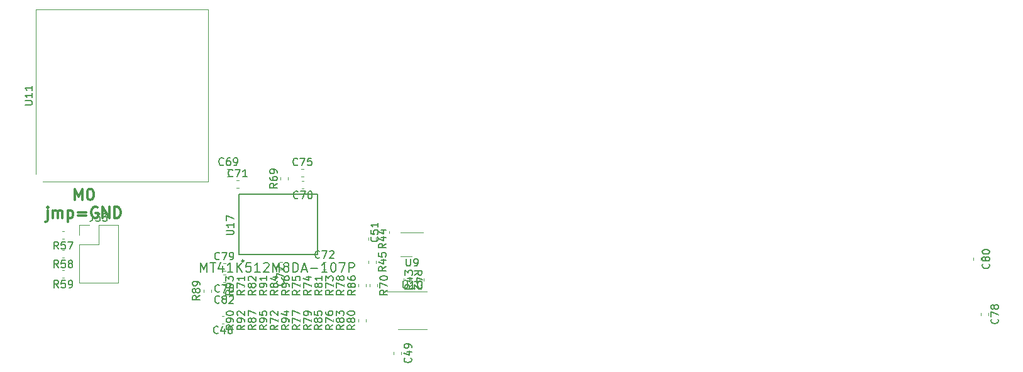
<source format=gbr>
%TF.GenerationSoftware,KiCad,Pcbnew,(5.99.0-3097-g8601b1e63)*%
%TF.CreationDate,2020-09-03T20:39:07+02:00*%
%TF.ProjectId,FD3,4644332e-6b69-4636-9164-5f7063625858,rev?*%
%TF.SameCoordinates,Original*%
%TF.FileFunction,Legend,Top*%
%TF.FilePolarity,Positive*%
%FSLAX46Y46*%
G04 Gerber Fmt 4.6, Leading zero omitted, Abs format (unit mm)*
G04 Created by KiCad (PCBNEW (5.99.0-3097-g8601b1e63)) date 2020-09-03 20:39:07*
%MOMM*%
%LPD*%
G01*
G04 APERTURE LIST*
%ADD10C,0.300000*%
%ADD11C,0.150000*%
%ADD12C,0.120000*%
%ADD13C,0.250000*%
G04 APERTURE END LIST*
D10*
X170785714Y-69371071D02*
X170785714Y-67871071D01*
X171285714Y-68942500D01*
X171785714Y-67871071D01*
X171785714Y-69371071D01*
X172785714Y-67871071D02*
X172928571Y-67871071D01*
X173071428Y-67942500D01*
X173142857Y-68013928D01*
X173214285Y-68156785D01*
X173285714Y-68442500D01*
X173285714Y-68799642D01*
X173214285Y-69085357D01*
X173142857Y-69228214D01*
X173071428Y-69299642D01*
X172928571Y-69371071D01*
X172785714Y-69371071D01*
X172642857Y-69299642D01*
X172571428Y-69228214D01*
X172500000Y-69085357D01*
X172428571Y-68799642D01*
X172428571Y-68442500D01*
X172500000Y-68156785D01*
X172571428Y-68013928D01*
X172642857Y-67942500D01*
X172785714Y-67871071D01*
X167107142Y-70786071D02*
X167107142Y-72071785D01*
X167035714Y-72214642D01*
X166892857Y-72286071D01*
X166821428Y-72286071D01*
X167107142Y-70286071D02*
X167035714Y-70357500D01*
X167107142Y-70428928D01*
X167178571Y-70357500D01*
X167107142Y-70286071D01*
X167107142Y-70428928D01*
X167821428Y-71786071D02*
X167821428Y-70786071D01*
X167821428Y-70928928D02*
X167892857Y-70857500D01*
X168035714Y-70786071D01*
X168250000Y-70786071D01*
X168392857Y-70857500D01*
X168464285Y-71000357D01*
X168464285Y-71786071D01*
X168464285Y-71000357D02*
X168535714Y-70857500D01*
X168678571Y-70786071D01*
X168892857Y-70786071D01*
X169035714Y-70857500D01*
X169107142Y-71000357D01*
X169107142Y-71786071D01*
X169821428Y-70786071D02*
X169821428Y-72286071D01*
X169821428Y-70857500D02*
X169964285Y-70786071D01*
X170250000Y-70786071D01*
X170392857Y-70857500D01*
X170464285Y-70928928D01*
X170535714Y-71071785D01*
X170535714Y-71500357D01*
X170464285Y-71643214D01*
X170392857Y-71714642D01*
X170250000Y-71786071D01*
X169964285Y-71786071D01*
X169821428Y-71714642D01*
X171178571Y-71000357D02*
X172321428Y-71000357D01*
X172321428Y-71428928D02*
X171178571Y-71428928D01*
X173821428Y-70357500D02*
X173678571Y-70286071D01*
X173464285Y-70286071D01*
X173250000Y-70357500D01*
X173107142Y-70500357D01*
X173035714Y-70643214D01*
X172964285Y-70928928D01*
X172964285Y-71143214D01*
X173035714Y-71428928D01*
X173107142Y-71571785D01*
X173250000Y-71714642D01*
X173464285Y-71786071D01*
X173607142Y-71786071D01*
X173821428Y-71714642D01*
X173892857Y-71643214D01*
X173892857Y-71143214D01*
X173607142Y-71143214D01*
X174535714Y-71786071D02*
X174535714Y-70286071D01*
X175392857Y-71786071D01*
X175392857Y-70286071D01*
X176107142Y-71786071D02*
X176107142Y-70286071D01*
X176464285Y-70286071D01*
X176678571Y-70357500D01*
X176821428Y-70500357D01*
X176892857Y-70643214D01*
X176964285Y-70928928D01*
X176964285Y-71143214D01*
X176892857Y-71428928D01*
X176821428Y-71571785D01*
X176678571Y-71714642D01*
X176464285Y-71786071D01*
X176107142Y-71786071D01*
D11*
%TO.C,C48*%
X190069642Y-87287142D02*
X190022023Y-87334761D01*
X189879166Y-87382380D01*
X189783928Y-87382380D01*
X189641071Y-87334761D01*
X189545833Y-87239523D01*
X189498214Y-87144285D01*
X189450595Y-86953809D01*
X189450595Y-86810952D01*
X189498214Y-86620476D01*
X189545833Y-86525238D01*
X189641071Y-86430000D01*
X189783928Y-86382380D01*
X189879166Y-86382380D01*
X190022023Y-86430000D01*
X190069642Y-86477619D01*
X190926785Y-86715714D02*
X190926785Y-87382380D01*
X190688690Y-86334761D02*
X190450595Y-87049047D01*
X191069642Y-87049047D01*
X191593452Y-86810952D02*
X191498214Y-86763333D01*
X191450595Y-86715714D01*
X191402976Y-86620476D01*
X191402976Y-86572857D01*
X191450595Y-86477619D01*
X191498214Y-86430000D01*
X191593452Y-86382380D01*
X191783928Y-86382380D01*
X191879166Y-86430000D01*
X191926785Y-86477619D01*
X191974404Y-86572857D01*
X191974404Y-86620476D01*
X191926785Y-86715714D01*
X191879166Y-86763333D01*
X191783928Y-86810952D01*
X191593452Y-86810952D01*
X191498214Y-86858571D01*
X191450595Y-86906190D01*
X191402976Y-87001428D01*
X191402976Y-87191904D01*
X191450595Y-87287142D01*
X191498214Y-87334761D01*
X191593452Y-87382380D01*
X191783928Y-87382380D01*
X191879166Y-87334761D01*
X191926785Y-87287142D01*
X191974404Y-87191904D01*
X191974404Y-87001428D01*
X191926785Y-86906190D01*
X191879166Y-86858571D01*
X191783928Y-86810952D01*
%TO.C,C49*%
X216017244Y-90655357D02*
X216064863Y-90702976D01*
X216112482Y-90845833D01*
X216112482Y-90941071D01*
X216064863Y-91083928D01*
X215969625Y-91179166D01*
X215874387Y-91226785D01*
X215683911Y-91274404D01*
X215541054Y-91274404D01*
X215350578Y-91226785D01*
X215255340Y-91179166D01*
X215160102Y-91083928D01*
X215112482Y-90941071D01*
X215112482Y-90845833D01*
X215160102Y-90702976D01*
X215207721Y-90655357D01*
X215445816Y-89798214D02*
X216112482Y-89798214D01*
X215064863Y-90036309D02*
X215779149Y-90274404D01*
X215779149Y-89655357D01*
X216112482Y-89226785D02*
X216112482Y-89036309D01*
X216064863Y-88941071D01*
X216017244Y-88893452D01*
X215874387Y-88798214D01*
X215683911Y-88750595D01*
X215302959Y-88750595D01*
X215207721Y-88798214D01*
X215160102Y-88845833D01*
X215112482Y-88941071D01*
X215112482Y-89131547D01*
X215160102Y-89226785D01*
X215207721Y-89274404D01*
X215302959Y-89322023D01*
X215541054Y-89322023D01*
X215636292Y-89274404D01*
X215683911Y-89226785D01*
X215731530Y-89131547D01*
X215731530Y-88941071D01*
X215683911Y-88845833D01*
X215636292Y-88798214D01*
X215541054Y-88750595D01*
%TO.C,C51*%
X211527142Y-74342857D02*
X211574761Y-74390476D01*
X211622380Y-74533333D01*
X211622380Y-74628571D01*
X211574761Y-74771428D01*
X211479523Y-74866666D01*
X211384285Y-74914285D01*
X211193809Y-74961904D01*
X211050952Y-74961904D01*
X210860476Y-74914285D01*
X210765238Y-74866666D01*
X210670000Y-74771428D01*
X210622380Y-74628571D01*
X210622380Y-74533333D01*
X210670000Y-74390476D01*
X210717619Y-74342857D01*
X210622380Y-73438095D02*
X210622380Y-73914285D01*
X211098571Y-73961904D01*
X211050952Y-73914285D01*
X211003333Y-73819047D01*
X211003333Y-73580952D01*
X211050952Y-73485714D01*
X211098571Y-73438095D01*
X211193809Y-73390476D01*
X211431904Y-73390476D01*
X211527142Y-73438095D01*
X211574761Y-73485714D01*
X211622380Y-73580952D01*
X211622380Y-73819047D01*
X211574761Y-73914285D01*
X211527142Y-73961904D01*
X211622380Y-72438095D02*
X211622380Y-73009523D01*
X211622380Y-72723809D02*
X210622380Y-72723809D01*
X210765238Y-72819047D01*
X210860476Y-72914285D01*
X210908095Y-73009523D01*
%TO.C,C69*%
X190799642Y-64607142D02*
X190752023Y-64654761D01*
X190609166Y-64702380D01*
X190513928Y-64702380D01*
X190371071Y-64654761D01*
X190275833Y-64559523D01*
X190228214Y-64464285D01*
X190180595Y-64273809D01*
X190180595Y-64130952D01*
X190228214Y-63940476D01*
X190275833Y-63845238D01*
X190371071Y-63750000D01*
X190513928Y-63702380D01*
X190609166Y-63702380D01*
X190752023Y-63750000D01*
X190799642Y-63797619D01*
X191656785Y-63702380D02*
X191466309Y-63702380D01*
X191371071Y-63750000D01*
X191323452Y-63797619D01*
X191228214Y-63940476D01*
X191180595Y-64130952D01*
X191180595Y-64511904D01*
X191228214Y-64607142D01*
X191275833Y-64654761D01*
X191371071Y-64702380D01*
X191561547Y-64702380D01*
X191656785Y-64654761D01*
X191704404Y-64607142D01*
X191752023Y-64511904D01*
X191752023Y-64273809D01*
X191704404Y-64178571D01*
X191656785Y-64130952D01*
X191561547Y-64083333D01*
X191371071Y-64083333D01*
X191275833Y-64130952D01*
X191228214Y-64178571D01*
X191180595Y-64273809D01*
X192228214Y-64702380D02*
X192418690Y-64702380D01*
X192513928Y-64654761D01*
X192561547Y-64607142D01*
X192656785Y-64464285D01*
X192704404Y-64273809D01*
X192704404Y-63892857D01*
X192656785Y-63797619D01*
X192609166Y-63750000D01*
X192513928Y-63702380D01*
X192323452Y-63702380D01*
X192228214Y-63750000D01*
X192180595Y-63797619D01*
X192132976Y-63892857D01*
X192132976Y-64130952D01*
X192180595Y-64226190D01*
X192228214Y-64273809D01*
X192323452Y-64321428D01*
X192513928Y-64321428D01*
X192609166Y-64273809D01*
X192656785Y-64226190D01*
X192704404Y-64130952D01*
%TO.C,C70*%
X200824642Y-69087142D02*
X200777023Y-69134761D01*
X200634166Y-69182380D01*
X200538928Y-69182380D01*
X200396071Y-69134761D01*
X200300833Y-69039523D01*
X200253214Y-68944285D01*
X200205595Y-68753809D01*
X200205595Y-68610952D01*
X200253214Y-68420476D01*
X200300833Y-68325238D01*
X200396071Y-68230000D01*
X200538928Y-68182380D01*
X200634166Y-68182380D01*
X200777023Y-68230000D01*
X200824642Y-68277619D01*
X201157976Y-68182380D02*
X201824642Y-68182380D01*
X201396071Y-69182380D01*
X202396071Y-68182380D02*
X202491309Y-68182380D01*
X202586547Y-68230000D01*
X202634166Y-68277619D01*
X202681785Y-68372857D01*
X202729404Y-68563333D01*
X202729404Y-68801428D01*
X202681785Y-68991904D01*
X202634166Y-69087142D01*
X202586547Y-69134761D01*
X202491309Y-69182380D01*
X202396071Y-69182380D01*
X202300833Y-69134761D01*
X202253214Y-69087142D01*
X202205595Y-68991904D01*
X202157976Y-68801428D01*
X202157976Y-68563333D01*
X202205595Y-68372857D01*
X202253214Y-68277619D01*
X202300833Y-68230000D01*
X202396071Y-68182380D01*
%TO.C,C71*%
X192064642Y-66147142D02*
X192017023Y-66194761D01*
X191874166Y-66242380D01*
X191778928Y-66242380D01*
X191636071Y-66194761D01*
X191540833Y-66099523D01*
X191493214Y-66004285D01*
X191445595Y-65813809D01*
X191445595Y-65670952D01*
X191493214Y-65480476D01*
X191540833Y-65385238D01*
X191636071Y-65290000D01*
X191778928Y-65242380D01*
X191874166Y-65242380D01*
X192017023Y-65290000D01*
X192064642Y-65337619D01*
X192397976Y-65242380D02*
X193064642Y-65242380D01*
X192636071Y-66242380D01*
X193969404Y-66242380D02*
X193397976Y-66242380D01*
X193683690Y-66242380D02*
X193683690Y-65242380D01*
X193588452Y-65385238D01*
X193493214Y-65480476D01*
X193397976Y-65528095D01*
%TO.C,C72*%
X203744642Y-77127142D02*
X203697023Y-77174761D01*
X203554166Y-77222380D01*
X203458928Y-77222380D01*
X203316071Y-77174761D01*
X203220833Y-77079523D01*
X203173214Y-76984285D01*
X203125595Y-76793809D01*
X203125595Y-76650952D01*
X203173214Y-76460476D01*
X203220833Y-76365238D01*
X203316071Y-76270000D01*
X203458928Y-76222380D01*
X203554166Y-76222380D01*
X203697023Y-76270000D01*
X203744642Y-76317619D01*
X204077976Y-76222380D02*
X204744642Y-76222380D01*
X204316071Y-77222380D01*
X205077976Y-76317619D02*
X205125595Y-76270000D01*
X205220833Y-76222380D01*
X205458928Y-76222380D01*
X205554166Y-76270000D01*
X205601785Y-76317619D01*
X205649404Y-76412857D01*
X205649404Y-76508095D01*
X205601785Y-76650952D01*
X205030357Y-77222380D01*
X205649404Y-77222380D01*
%TO.C,C75*%
X200769642Y-64627142D02*
X200722023Y-64674761D01*
X200579166Y-64722380D01*
X200483928Y-64722380D01*
X200341071Y-64674761D01*
X200245833Y-64579523D01*
X200198214Y-64484285D01*
X200150595Y-64293809D01*
X200150595Y-64150952D01*
X200198214Y-63960476D01*
X200245833Y-63865238D01*
X200341071Y-63770000D01*
X200483928Y-63722380D01*
X200579166Y-63722380D01*
X200722023Y-63770000D01*
X200769642Y-63817619D01*
X201102976Y-63722380D02*
X201769642Y-63722380D01*
X201341071Y-64722380D01*
X202626785Y-63722380D02*
X202150595Y-63722380D01*
X202102976Y-64198571D01*
X202150595Y-64150952D01*
X202245833Y-64103333D01*
X202483928Y-64103333D01*
X202579166Y-64150952D01*
X202626785Y-64198571D01*
X202674404Y-64293809D01*
X202674404Y-64531904D01*
X202626785Y-64627142D01*
X202579166Y-64674761D01*
X202483928Y-64722380D01*
X202245833Y-64722380D01*
X202150595Y-64674761D01*
X202102976Y-64627142D01*
%TO.C,C76*%
X190244642Y-81687142D02*
X190197023Y-81734761D01*
X190054166Y-81782380D01*
X189958928Y-81782380D01*
X189816071Y-81734761D01*
X189720833Y-81639523D01*
X189673214Y-81544285D01*
X189625595Y-81353809D01*
X189625595Y-81210952D01*
X189673214Y-81020476D01*
X189720833Y-80925238D01*
X189816071Y-80830000D01*
X189958928Y-80782380D01*
X190054166Y-80782380D01*
X190197023Y-80830000D01*
X190244642Y-80877619D01*
X190577976Y-80782380D02*
X191244642Y-80782380D01*
X190816071Y-81782380D01*
X192054166Y-80782380D02*
X191863690Y-80782380D01*
X191768452Y-80830000D01*
X191720833Y-80877619D01*
X191625595Y-81020476D01*
X191577976Y-81210952D01*
X191577976Y-81591904D01*
X191625595Y-81687142D01*
X191673214Y-81734761D01*
X191768452Y-81782380D01*
X191958928Y-81782380D01*
X192054166Y-81734761D01*
X192101785Y-81687142D01*
X192149404Y-81591904D01*
X192149404Y-81353809D01*
X192101785Y-81258571D01*
X192054166Y-81210952D01*
X191958928Y-81163333D01*
X191768452Y-81163333D01*
X191673214Y-81210952D01*
X191625595Y-81258571D01*
X191577976Y-81353809D01*
%TO.C,C77*%
X198869642Y-80272857D02*
X198917261Y-80320476D01*
X198964880Y-80463333D01*
X198964880Y-80558571D01*
X198917261Y-80701428D01*
X198822023Y-80796666D01*
X198726785Y-80844285D01*
X198536309Y-80891904D01*
X198393452Y-80891904D01*
X198202976Y-80844285D01*
X198107738Y-80796666D01*
X198012500Y-80701428D01*
X197964880Y-80558571D01*
X197964880Y-80463333D01*
X198012500Y-80320476D01*
X198060119Y-80272857D01*
X197964880Y-79939523D02*
X197964880Y-79272857D01*
X198964880Y-79701428D01*
X197964880Y-78987142D02*
X197964880Y-78320476D01*
X198964880Y-78749047D01*
%TO.C,C78*%
X295037142Y-85392857D02*
X295084761Y-85440476D01*
X295132380Y-85583333D01*
X295132380Y-85678571D01*
X295084761Y-85821428D01*
X294989523Y-85916666D01*
X294894285Y-85964285D01*
X294703809Y-86011904D01*
X294560952Y-86011904D01*
X294370476Y-85964285D01*
X294275238Y-85916666D01*
X294180000Y-85821428D01*
X294132380Y-85678571D01*
X294132380Y-85583333D01*
X294180000Y-85440476D01*
X294227619Y-85392857D01*
X294132380Y-85059523D02*
X294132380Y-84392857D01*
X295132380Y-84821428D01*
X294560952Y-83869047D02*
X294513333Y-83964285D01*
X294465714Y-84011904D01*
X294370476Y-84059523D01*
X294322857Y-84059523D01*
X294227619Y-84011904D01*
X294180000Y-83964285D01*
X294132380Y-83869047D01*
X294132380Y-83678571D01*
X294180000Y-83583333D01*
X294227619Y-83535714D01*
X294322857Y-83488095D01*
X294370476Y-83488095D01*
X294465714Y-83535714D01*
X294513333Y-83583333D01*
X294560952Y-83678571D01*
X294560952Y-83869047D01*
X294608571Y-83964285D01*
X294656190Y-84011904D01*
X294751428Y-84059523D01*
X294941904Y-84059523D01*
X295037142Y-84011904D01*
X295084761Y-83964285D01*
X295132380Y-83869047D01*
X295132380Y-83678571D01*
X295084761Y-83583333D01*
X295037142Y-83535714D01*
X294941904Y-83488095D01*
X294751428Y-83488095D01*
X294656190Y-83535714D01*
X294608571Y-83583333D01*
X294560952Y-83678571D01*
%TO.C,C79*%
X190244642Y-77327142D02*
X190197023Y-77374761D01*
X190054166Y-77422380D01*
X189958928Y-77422380D01*
X189816071Y-77374761D01*
X189720833Y-77279523D01*
X189673214Y-77184285D01*
X189625595Y-76993809D01*
X189625595Y-76850952D01*
X189673214Y-76660476D01*
X189720833Y-76565238D01*
X189816071Y-76470000D01*
X189958928Y-76422380D01*
X190054166Y-76422380D01*
X190197023Y-76470000D01*
X190244642Y-76517619D01*
X190577976Y-76422380D02*
X191244642Y-76422380D01*
X190816071Y-77422380D01*
X191673214Y-77422380D02*
X191863690Y-77422380D01*
X191958928Y-77374761D01*
X192006547Y-77327142D01*
X192101785Y-77184285D01*
X192149404Y-76993809D01*
X192149404Y-76612857D01*
X192101785Y-76517619D01*
X192054166Y-76470000D01*
X191958928Y-76422380D01*
X191768452Y-76422380D01*
X191673214Y-76470000D01*
X191625595Y-76517619D01*
X191577976Y-76612857D01*
X191577976Y-76850952D01*
X191625595Y-76946190D01*
X191673214Y-76993809D01*
X191768452Y-77041428D01*
X191958928Y-77041428D01*
X192054166Y-76993809D01*
X192101785Y-76946190D01*
X192149404Y-76850952D01*
%TO.C,C80*%
X293857142Y-77967857D02*
X293904761Y-78015476D01*
X293952380Y-78158333D01*
X293952380Y-78253571D01*
X293904761Y-78396428D01*
X293809523Y-78491666D01*
X293714285Y-78539285D01*
X293523809Y-78586904D01*
X293380952Y-78586904D01*
X293190476Y-78539285D01*
X293095238Y-78491666D01*
X293000000Y-78396428D01*
X292952380Y-78253571D01*
X292952380Y-78158333D01*
X293000000Y-78015476D01*
X293047619Y-77967857D01*
X293380952Y-77396428D02*
X293333333Y-77491666D01*
X293285714Y-77539285D01*
X293190476Y-77586904D01*
X293142857Y-77586904D01*
X293047619Y-77539285D01*
X293000000Y-77491666D01*
X292952380Y-77396428D01*
X292952380Y-77205952D01*
X293000000Y-77110714D01*
X293047619Y-77063095D01*
X293142857Y-77015476D01*
X293190476Y-77015476D01*
X293285714Y-77063095D01*
X293333333Y-77110714D01*
X293380952Y-77205952D01*
X293380952Y-77396428D01*
X293428571Y-77491666D01*
X293476190Y-77539285D01*
X293571428Y-77586904D01*
X293761904Y-77586904D01*
X293857142Y-77539285D01*
X293904761Y-77491666D01*
X293952380Y-77396428D01*
X293952380Y-77205952D01*
X293904761Y-77110714D01*
X293857142Y-77063095D01*
X293761904Y-77015476D01*
X293571428Y-77015476D01*
X293476190Y-77063095D01*
X293428571Y-77110714D01*
X293380952Y-77205952D01*
X292952380Y-76396428D02*
X292952380Y-76301190D01*
X293000000Y-76205952D01*
X293047619Y-76158333D01*
X293142857Y-76110714D01*
X293333333Y-76063095D01*
X293571428Y-76063095D01*
X293761904Y-76110714D01*
X293857142Y-76158333D01*
X293904761Y-76205952D01*
X293952380Y-76301190D01*
X293952380Y-76396428D01*
X293904761Y-76491666D01*
X293857142Y-76539285D01*
X293761904Y-76586904D01*
X293571428Y-76634523D01*
X293333333Y-76634523D01*
X293142857Y-76586904D01*
X293047619Y-76539285D01*
X293000000Y-76491666D01*
X292952380Y-76396428D01*
%TO.C,C82*%
X190244642Y-83187142D02*
X190197023Y-83234761D01*
X190054166Y-83282380D01*
X189958928Y-83282380D01*
X189816071Y-83234761D01*
X189720833Y-83139523D01*
X189673214Y-83044285D01*
X189625595Y-82853809D01*
X189625595Y-82710952D01*
X189673214Y-82520476D01*
X189720833Y-82425238D01*
X189816071Y-82330000D01*
X189958928Y-82282380D01*
X190054166Y-82282380D01*
X190197023Y-82330000D01*
X190244642Y-82377619D01*
X190816071Y-82710952D02*
X190720833Y-82663333D01*
X190673214Y-82615714D01*
X190625595Y-82520476D01*
X190625595Y-82472857D01*
X190673214Y-82377619D01*
X190720833Y-82330000D01*
X190816071Y-82282380D01*
X191006547Y-82282380D01*
X191101785Y-82330000D01*
X191149404Y-82377619D01*
X191197023Y-82472857D01*
X191197023Y-82520476D01*
X191149404Y-82615714D01*
X191101785Y-82663333D01*
X191006547Y-82710952D01*
X190816071Y-82710952D01*
X190720833Y-82758571D01*
X190673214Y-82806190D01*
X190625595Y-82901428D01*
X190625595Y-83091904D01*
X190673214Y-83187142D01*
X190720833Y-83234761D01*
X190816071Y-83282380D01*
X191006547Y-83282380D01*
X191101785Y-83234761D01*
X191149404Y-83187142D01*
X191197023Y-83091904D01*
X191197023Y-82901428D01*
X191149404Y-82806190D01*
X191101785Y-82758571D01*
X191006547Y-82710952D01*
X191577976Y-82377619D02*
X191625595Y-82330000D01*
X191720833Y-82282380D01*
X191958928Y-82282380D01*
X192054166Y-82330000D01*
X192101785Y-82377619D01*
X192149404Y-82472857D01*
X192149404Y-82568095D01*
X192101785Y-82710952D01*
X191530357Y-83282380D01*
X192149404Y-83282380D01*
%TO.C,J33*%
X173172976Y-71222380D02*
X173172976Y-71936666D01*
X173125357Y-72079523D01*
X173030119Y-72174761D01*
X172887261Y-72222380D01*
X172792023Y-72222380D01*
X173553928Y-71222380D02*
X174172976Y-71222380D01*
X173839642Y-71603333D01*
X173982500Y-71603333D01*
X174077738Y-71650952D01*
X174125357Y-71698571D01*
X174172976Y-71793809D01*
X174172976Y-72031904D01*
X174125357Y-72127142D01*
X174077738Y-72174761D01*
X173982500Y-72222380D01*
X173696785Y-72222380D01*
X173601547Y-72174761D01*
X173553928Y-72127142D01*
X174506309Y-71222380D02*
X175125357Y-71222380D01*
X174792023Y-71603333D01*
X174934880Y-71603333D01*
X175030119Y-71650952D01*
X175077738Y-71698571D01*
X175125357Y-71793809D01*
X175125357Y-72031904D01*
X175077738Y-72127142D01*
X175030119Y-72174761D01*
X174934880Y-72222380D01*
X174649166Y-72222380D01*
X174553928Y-72174761D01*
X174506309Y-72127142D01*
%TO.C,R42*%
X216507721Y-79482142D02*
X216983911Y-79148809D01*
X216507721Y-78910714D02*
X217507721Y-78910714D01*
X217507721Y-79291666D01*
X217460102Y-79386904D01*
X217412482Y-79434523D01*
X217317244Y-79482142D01*
X217174387Y-79482142D01*
X217079149Y-79434523D01*
X217031530Y-79386904D01*
X216983911Y-79291666D01*
X216983911Y-78910714D01*
X217174387Y-80339285D02*
X216507721Y-80339285D01*
X217555340Y-80101190D02*
X216841054Y-79863095D01*
X216841054Y-80482142D01*
X217412482Y-80815476D02*
X217460102Y-80863095D01*
X217507721Y-80958333D01*
X217507721Y-81196428D01*
X217460102Y-81291666D01*
X217412482Y-81339285D01*
X217317244Y-81386904D01*
X217222006Y-81386904D01*
X217079149Y-81339285D01*
X216507721Y-80767857D01*
X216507721Y-81386904D01*
%TO.C,R43*%
X216252482Y-80767857D02*
X215776292Y-81101190D01*
X216252482Y-81339285D02*
X215252482Y-81339285D01*
X215252482Y-80958333D01*
X215300102Y-80863095D01*
X215347721Y-80815476D01*
X215442959Y-80767857D01*
X215585816Y-80767857D01*
X215681054Y-80815476D01*
X215728673Y-80863095D01*
X215776292Y-80958333D01*
X215776292Y-81339285D01*
X215585816Y-79910714D02*
X216252482Y-79910714D01*
X215204863Y-80148809D02*
X215919149Y-80386904D01*
X215919149Y-79767857D01*
X215252482Y-79482142D02*
X215252482Y-78863095D01*
X215633435Y-79196428D01*
X215633435Y-79053571D01*
X215681054Y-78958333D01*
X215728673Y-78910714D01*
X215823911Y-78863095D01*
X216062006Y-78863095D01*
X216157244Y-78910714D01*
X216204863Y-78958333D01*
X216252482Y-79053571D01*
X216252482Y-79339285D01*
X216204863Y-79434523D01*
X216157244Y-79482142D01*
%TO.C,R44*%
X212682380Y-75242857D02*
X212206190Y-75576190D01*
X212682380Y-75814285D02*
X211682380Y-75814285D01*
X211682380Y-75433333D01*
X211730000Y-75338095D01*
X211777619Y-75290476D01*
X211872857Y-75242857D01*
X212015714Y-75242857D01*
X212110952Y-75290476D01*
X212158571Y-75338095D01*
X212206190Y-75433333D01*
X212206190Y-75814285D01*
X212015714Y-74385714D02*
X212682380Y-74385714D01*
X211634761Y-74623809D02*
X212349047Y-74861904D01*
X212349047Y-74242857D01*
X212015714Y-73433333D02*
X212682380Y-73433333D01*
X211634761Y-73671428D02*
X212349047Y-73909523D01*
X212349047Y-73290476D01*
%TO.C,R45*%
X212682380Y-78342857D02*
X212206190Y-78676190D01*
X212682380Y-78914285D02*
X211682380Y-78914285D01*
X211682380Y-78533333D01*
X211730000Y-78438095D01*
X211777619Y-78390476D01*
X211872857Y-78342857D01*
X212015714Y-78342857D01*
X212110952Y-78390476D01*
X212158571Y-78438095D01*
X212206190Y-78533333D01*
X212206190Y-78914285D01*
X212015714Y-77485714D02*
X212682380Y-77485714D01*
X211634761Y-77723809D02*
X212349047Y-77961904D01*
X212349047Y-77342857D01*
X211682380Y-76485714D02*
X211682380Y-76961904D01*
X212158571Y-77009523D01*
X212110952Y-76961904D01*
X212063333Y-76866666D01*
X212063333Y-76628571D01*
X212110952Y-76533333D01*
X212158571Y-76485714D01*
X212253809Y-76438095D01*
X212491904Y-76438095D01*
X212587142Y-76485714D01*
X212634761Y-76533333D01*
X212682380Y-76628571D01*
X212682380Y-76866666D01*
X212634761Y-76961904D01*
X212587142Y-77009523D01*
%TO.C,R57*%
X168557142Y-75982380D02*
X168223809Y-75506190D01*
X167985714Y-75982380D02*
X167985714Y-74982380D01*
X168366666Y-74982380D01*
X168461904Y-75030000D01*
X168509523Y-75077619D01*
X168557142Y-75172857D01*
X168557142Y-75315714D01*
X168509523Y-75410952D01*
X168461904Y-75458571D01*
X168366666Y-75506190D01*
X167985714Y-75506190D01*
X169461904Y-74982380D02*
X168985714Y-74982380D01*
X168938095Y-75458571D01*
X168985714Y-75410952D01*
X169080952Y-75363333D01*
X169319047Y-75363333D01*
X169414285Y-75410952D01*
X169461904Y-75458571D01*
X169509523Y-75553809D01*
X169509523Y-75791904D01*
X169461904Y-75887142D01*
X169414285Y-75934761D01*
X169319047Y-75982380D01*
X169080952Y-75982380D01*
X168985714Y-75934761D01*
X168938095Y-75887142D01*
X169842857Y-74982380D02*
X170509523Y-74982380D01*
X170080952Y-75982380D01*
%TO.C,R58*%
X168557142Y-78482380D02*
X168223809Y-78006190D01*
X167985714Y-78482380D02*
X167985714Y-77482380D01*
X168366666Y-77482380D01*
X168461904Y-77530000D01*
X168509523Y-77577619D01*
X168557142Y-77672857D01*
X168557142Y-77815714D01*
X168509523Y-77910952D01*
X168461904Y-77958571D01*
X168366666Y-78006190D01*
X167985714Y-78006190D01*
X169461904Y-77482380D02*
X168985714Y-77482380D01*
X168938095Y-77958571D01*
X168985714Y-77910952D01*
X169080952Y-77863333D01*
X169319047Y-77863333D01*
X169414285Y-77910952D01*
X169461904Y-77958571D01*
X169509523Y-78053809D01*
X169509523Y-78291904D01*
X169461904Y-78387142D01*
X169414285Y-78434761D01*
X169319047Y-78482380D01*
X169080952Y-78482380D01*
X168985714Y-78434761D01*
X168938095Y-78387142D01*
X170080952Y-77910952D02*
X169985714Y-77863333D01*
X169938095Y-77815714D01*
X169890476Y-77720476D01*
X169890476Y-77672857D01*
X169938095Y-77577619D01*
X169985714Y-77530000D01*
X170080952Y-77482380D01*
X170271428Y-77482380D01*
X170366666Y-77530000D01*
X170414285Y-77577619D01*
X170461904Y-77672857D01*
X170461904Y-77720476D01*
X170414285Y-77815714D01*
X170366666Y-77863333D01*
X170271428Y-77910952D01*
X170080952Y-77910952D01*
X169985714Y-77958571D01*
X169938095Y-78006190D01*
X169890476Y-78101428D01*
X169890476Y-78291904D01*
X169938095Y-78387142D01*
X169985714Y-78434761D01*
X170080952Y-78482380D01*
X170271428Y-78482380D01*
X170366666Y-78434761D01*
X170414285Y-78387142D01*
X170461904Y-78291904D01*
X170461904Y-78101428D01*
X170414285Y-78006190D01*
X170366666Y-77958571D01*
X170271428Y-77910952D01*
%TO.C,R59*%
X168557142Y-81182380D02*
X168223809Y-80706190D01*
X167985714Y-81182380D02*
X167985714Y-80182380D01*
X168366666Y-80182380D01*
X168461904Y-80230000D01*
X168509523Y-80277619D01*
X168557142Y-80372857D01*
X168557142Y-80515714D01*
X168509523Y-80610952D01*
X168461904Y-80658571D01*
X168366666Y-80706190D01*
X167985714Y-80706190D01*
X169461904Y-80182380D02*
X168985714Y-80182380D01*
X168938095Y-80658571D01*
X168985714Y-80610952D01*
X169080952Y-80563333D01*
X169319047Y-80563333D01*
X169414285Y-80610952D01*
X169461904Y-80658571D01*
X169509523Y-80753809D01*
X169509523Y-80991904D01*
X169461904Y-81087142D01*
X169414285Y-81134761D01*
X169319047Y-81182380D01*
X169080952Y-81182380D01*
X168985714Y-81134761D01*
X168938095Y-81087142D01*
X169985714Y-81182380D02*
X170176190Y-81182380D01*
X170271428Y-81134761D01*
X170319047Y-81087142D01*
X170414285Y-80944285D01*
X170461904Y-80753809D01*
X170461904Y-80372857D01*
X170414285Y-80277619D01*
X170366666Y-80230000D01*
X170271428Y-80182380D01*
X170080952Y-80182380D01*
X169985714Y-80230000D01*
X169938095Y-80277619D01*
X169890476Y-80372857D01*
X169890476Y-80610952D01*
X169938095Y-80706190D01*
X169985714Y-80753809D01*
X170080952Y-80801428D01*
X170271428Y-80801428D01*
X170366666Y-80753809D01*
X170414285Y-80706190D01*
X170461904Y-80610952D01*
%TO.C,R69*%
X198022380Y-67130357D02*
X197546190Y-67463690D01*
X198022380Y-67701785D02*
X197022380Y-67701785D01*
X197022380Y-67320833D01*
X197070000Y-67225595D01*
X197117619Y-67177976D01*
X197212857Y-67130357D01*
X197355714Y-67130357D01*
X197450952Y-67177976D01*
X197498571Y-67225595D01*
X197546190Y-67320833D01*
X197546190Y-67701785D01*
X197022380Y-66273214D02*
X197022380Y-66463690D01*
X197070000Y-66558928D01*
X197117619Y-66606547D01*
X197260476Y-66701785D01*
X197450952Y-66749404D01*
X197831904Y-66749404D01*
X197927142Y-66701785D01*
X197974761Y-66654166D01*
X198022380Y-66558928D01*
X198022380Y-66368452D01*
X197974761Y-66273214D01*
X197927142Y-66225595D01*
X197831904Y-66177976D01*
X197593809Y-66177976D01*
X197498571Y-66225595D01*
X197450952Y-66273214D01*
X197403333Y-66368452D01*
X197403333Y-66558928D01*
X197450952Y-66654166D01*
X197498571Y-66701785D01*
X197593809Y-66749404D01*
X198022380Y-65701785D02*
X198022380Y-65511309D01*
X197974761Y-65416071D01*
X197927142Y-65368452D01*
X197784285Y-65273214D01*
X197593809Y-65225595D01*
X197212857Y-65225595D01*
X197117619Y-65273214D01*
X197070000Y-65320833D01*
X197022380Y-65416071D01*
X197022380Y-65606547D01*
X197070000Y-65701785D01*
X197117619Y-65749404D01*
X197212857Y-65797023D01*
X197450952Y-65797023D01*
X197546190Y-65749404D01*
X197593809Y-65701785D01*
X197641428Y-65606547D01*
X197641428Y-65416071D01*
X197593809Y-65320833D01*
X197546190Y-65273214D01*
X197450952Y-65225595D01*
%TO.C,R70*%
X212857380Y-81517857D02*
X212381190Y-81851190D01*
X212857380Y-82089285D02*
X211857380Y-82089285D01*
X211857380Y-81708333D01*
X211905000Y-81613095D01*
X211952619Y-81565476D01*
X212047857Y-81517857D01*
X212190714Y-81517857D01*
X212285952Y-81565476D01*
X212333571Y-81613095D01*
X212381190Y-81708333D01*
X212381190Y-82089285D01*
X211857380Y-81184523D02*
X211857380Y-80517857D01*
X212857380Y-80946428D01*
X211857380Y-79946428D02*
X211857380Y-79851190D01*
X211905000Y-79755952D01*
X211952619Y-79708333D01*
X212047857Y-79660714D01*
X212238333Y-79613095D01*
X212476428Y-79613095D01*
X212666904Y-79660714D01*
X212762142Y-79708333D01*
X212809761Y-79755952D01*
X212857380Y-79851190D01*
X212857380Y-79946428D01*
X212809761Y-80041666D01*
X212762142Y-80089285D01*
X212666904Y-80136904D01*
X212476428Y-80184523D01*
X212238333Y-80184523D01*
X212047857Y-80136904D01*
X211952619Y-80089285D01*
X211905000Y-80041666D01*
X211857380Y-79946428D01*
%TO.C,R71*%
X193622380Y-81542857D02*
X193146190Y-81876190D01*
X193622380Y-82114285D02*
X192622380Y-82114285D01*
X192622380Y-81733333D01*
X192670000Y-81638095D01*
X192717619Y-81590476D01*
X192812857Y-81542857D01*
X192955714Y-81542857D01*
X193050952Y-81590476D01*
X193098571Y-81638095D01*
X193146190Y-81733333D01*
X193146190Y-82114285D01*
X192622380Y-81209523D02*
X192622380Y-80542857D01*
X193622380Y-80971428D01*
X193622380Y-79638095D02*
X193622380Y-80209523D01*
X193622380Y-79923809D02*
X192622380Y-79923809D01*
X192765238Y-80019047D01*
X192860476Y-80114285D01*
X192908095Y-80209523D01*
%TO.C,R72*%
X198122380Y-86242857D02*
X197646190Y-86576190D01*
X198122380Y-86814285D02*
X197122380Y-86814285D01*
X197122380Y-86433333D01*
X197170000Y-86338095D01*
X197217619Y-86290476D01*
X197312857Y-86242857D01*
X197455714Y-86242857D01*
X197550952Y-86290476D01*
X197598571Y-86338095D01*
X197646190Y-86433333D01*
X197646190Y-86814285D01*
X197122380Y-85909523D02*
X197122380Y-85242857D01*
X198122380Y-85671428D01*
X197217619Y-84909523D02*
X197170000Y-84861904D01*
X197122380Y-84766666D01*
X197122380Y-84528571D01*
X197170000Y-84433333D01*
X197217619Y-84385714D01*
X197312857Y-84338095D01*
X197408095Y-84338095D01*
X197550952Y-84385714D01*
X198122380Y-84957142D01*
X198122380Y-84338095D01*
%TO.C,R73*%
X205547380Y-81530357D02*
X205071190Y-81863690D01*
X205547380Y-82101785D02*
X204547380Y-82101785D01*
X204547380Y-81720833D01*
X204595000Y-81625595D01*
X204642619Y-81577976D01*
X204737857Y-81530357D01*
X204880714Y-81530357D01*
X204975952Y-81577976D01*
X205023571Y-81625595D01*
X205071190Y-81720833D01*
X205071190Y-82101785D01*
X204547380Y-81197023D02*
X204547380Y-80530357D01*
X205547380Y-80958928D01*
X204547380Y-80244642D02*
X204547380Y-79625595D01*
X204928333Y-79958928D01*
X204928333Y-79816071D01*
X204975952Y-79720833D01*
X205023571Y-79673214D01*
X205118809Y-79625595D01*
X205356904Y-79625595D01*
X205452142Y-79673214D01*
X205499761Y-79720833D01*
X205547380Y-79816071D01*
X205547380Y-80101785D01*
X205499761Y-80197023D01*
X205452142Y-80244642D01*
%TO.C,R74*%
X202572380Y-81530357D02*
X202096190Y-81863690D01*
X202572380Y-82101785D02*
X201572380Y-82101785D01*
X201572380Y-81720833D01*
X201620000Y-81625595D01*
X201667619Y-81577976D01*
X201762857Y-81530357D01*
X201905714Y-81530357D01*
X202000952Y-81577976D01*
X202048571Y-81625595D01*
X202096190Y-81720833D01*
X202096190Y-82101785D01*
X201572380Y-81197023D02*
X201572380Y-80530357D01*
X202572380Y-80958928D01*
X201905714Y-79720833D02*
X202572380Y-79720833D01*
X201524761Y-79958928D02*
X202239047Y-80197023D01*
X202239047Y-79577976D01*
%TO.C,R75*%
X201097380Y-81542857D02*
X200621190Y-81876190D01*
X201097380Y-82114285D02*
X200097380Y-82114285D01*
X200097380Y-81733333D01*
X200145000Y-81638095D01*
X200192619Y-81590476D01*
X200287857Y-81542857D01*
X200430714Y-81542857D01*
X200525952Y-81590476D01*
X200573571Y-81638095D01*
X200621190Y-81733333D01*
X200621190Y-82114285D01*
X200097380Y-81209523D02*
X200097380Y-80542857D01*
X201097380Y-80971428D01*
X200097380Y-79685714D02*
X200097380Y-80161904D01*
X200573571Y-80209523D01*
X200525952Y-80161904D01*
X200478333Y-80066666D01*
X200478333Y-79828571D01*
X200525952Y-79733333D01*
X200573571Y-79685714D01*
X200668809Y-79638095D01*
X200906904Y-79638095D01*
X201002142Y-79685714D01*
X201049761Y-79733333D01*
X201097380Y-79828571D01*
X201097380Y-80066666D01*
X201049761Y-80161904D01*
X201002142Y-80209523D01*
%TO.C,R76*%
X205522380Y-86217857D02*
X205046190Y-86551190D01*
X205522380Y-86789285D02*
X204522380Y-86789285D01*
X204522380Y-86408333D01*
X204570000Y-86313095D01*
X204617619Y-86265476D01*
X204712857Y-86217857D01*
X204855714Y-86217857D01*
X204950952Y-86265476D01*
X204998571Y-86313095D01*
X205046190Y-86408333D01*
X205046190Y-86789285D01*
X204522380Y-85884523D02*
X204522380Y-85217857D01*
X205522380Y-85646428D01*
X204522380Y-84408333D02*
X204522380Y-84598809D01*
X204570000Y-84694047D01*
X204617619Y-84741666D01*
X204760476Y-84836904D01*
X204950952Y-84884523D01*
X205331904Y-84884523D01*
X205427142Y-84836904D01*
X205474761Y-84789285D01*
X205522380Y-84694047D01*
X205522380Y-84503571D01*
X205474761Y-84408333D01*
X205427142Y-84360714D01*
X205331904Y-84313095D01*
X205093809Y-84313095D01*
X204998571Y-84360714D01*
X204950952Y-84408333D01*
X204903333Y-84503571D01*
X204903333Y-84694047D01*
X204950952Y-84789285D01*
X204998571Y-84836904D01*
X205093809Y-84884523D01*
%TO.C,R77*%
X201097380Y-86230357D02*
X200621190Y-86563690D01*
X201097380Y-86801785D02*
X200097380Y-86801785D01*
X200097380Y-86420833D01*
X200145000Y-86325595D01*
X200192619Y-86277976D01*
X200287857Y-86230357D01*
X200430714Y-86230357D01*
X200525952Y-86277976D01*
X200573571Y-86325595D01*
X200621190Y-86420833D01*
X200621190Y-86801785D01*
X200097380Y-85897023D02*
X200097380Y-85230357D01*
X201097380Y-85658928D01*
X200097380Y-84944642D02*
X200097380Y-84277976D01*
X201097380Y-84706547D01*
%TO.C,R78*%
X207022380Y-81517857D02*
X206546190Y-81851190D01*
X207022380Y-82089285D02*
X206022380Y-82089285D01*
X206022380Y-81708333D01*
X206070000Y-81613095D01*
X206117619Y-81565476D01*
X206212857Y-81517857D01*
X206355714Y-81517857D01*
X206450952Y-81565476D01*
X206498571Y-81613095D01*
X206546190Y-81708333D01*
X206546190Y-82089285D01*
X206022380Y-81184523D02*
X206022380Y-80517857D01*
X207022380Y-80946428D01*
X206450952Y-79994047D02*
X206403333Y-80089285D01*
X206355714Y-80136904D01*
X206260476Y-80184523D01*
X206212857Y-80184523D01*
X206117619Y-80136904D01*
X206070000Y-80089285D01*
X206022380Y-79994047D01*
X206022380Y-79803571D01*
X206070000Y-79708333D01*
X206117619Y-79660714D01*
X206212857Y-79613095D01*
X206260476Y-79613095D01*
X206355714Y-79660714D01*
X206403333Y-79708333D01*
X206450952Y-79803571D01*
X206450952Y-79994047D01*
X206498571Y-80089285D01*
X206546190Y-80136904D01*
X206641428Y-80184523D01*
X206831904Y-80184523D01*
X206927142Y-80136904D01*
X206974761Y-80089285D01*
X207022380Y-79994047D01*
X207022380Y-79803571D01*
X206974761Y-79708333D01*
X206927142Y-79660714D01*
X206831904Y-79613095D01*
X206641428Y-79613095D01*
X206546190Y-79660714D01*
X206498571Y-79708333D01*
X206450952Y-79803571D01*
%TO.C,R79*%
X202572380Y-86230357D02*
X202096190Y-86563690D01*
X202572380Y-86801785D02*
X201572380Y-86801785D01*
X201572380Y-86420833D01*
X201620000Y-86325595D01*
X201667619Y-86277976D01*
X201762857Y-86230357D01*
X201905714Y-86230357D01*
X202000952Y-86277976D01*
X202048571Y-86325595D01*
X202096190Y-86420833D01*
X202096190Y-86801785D01*
X201572380Y-85897023D02*
X201572380Y-85230357D01*
X202572380Y-85658928D01*
X202572380Y-84801785D02*
X202572380Y-84611309D01*
X202524761Y-84516071D01*
X202477142Y-84468452D01*
X202334285Y-84373214D01*
X202143809Y-84325595D01*
X201762857Y-84325595D01*
X201667619Y-84373214D01*
X201620000Y-84420833D01*
X201572380Y-84516071D01*
X201572380Y-84706547D01*
X201620000Y-84801785D01*
X201667619Y-84849404D01*
X201762857Y-84897023D01*
X202000952Y-84897023D01*
X202096190Y-84849404D01*
X202143809Y-84801785D01*
X202191428Y-84706547D01*
X202191428Y-84516071D01*
X202143809Y-84420833D01*
X202096190Y-84373214D01*
X202000952Y-84325595D01*
%TO.C,R80*%
X208472380Y-86217857D02*
X207996190Y-86551190D01*
X208472380Y-86789285D02*
X207472380Y-86789285D01*
X207472380Y-86408333D01*
X207520000Y-86313095D01*
X207567619Y-86265476D01*
X207662857Y-86217857D01*
X207805714Y-86217857D01*
X207900952Y-86265476D01*
X207948571Y-86313095D01*
X207996190Y-86408333D01*
X207996190Y-86789285D01*
X207900952Y-85646428D02*
X207853333Y-85741666D01*
X207805714Y-85789285D01*
X207710476Y-85836904D01*
X207662857Y-85836904D01*
X207567619Y-85789285D01*
X207520000Y-85741666D01*
X207472380Y-85646428D01*
X207472380Y-85455952D01*
X207520000Y-85360714D01*
X207567619Y-85313095D01*
X207662857Y-85265476D01*
X207710476Y-85265476D01*
X207805714Y-85313095D01*
X207853333Y-85360714D01*
X207900952Y-85455952D01*
X207900952Y-85646428D01*
X207948571Y-85741666D01*
X207996190Y-85789285D01*
X208091428Y-85836904D01*
X208281904Y-85836904D01*
X208377142Y-85789285D01*
X208424761Y-85741666D01*
X208472380Y-85646428D01*
X208472380Y-85455952D01*
X208424761Y-85360714D01*
X208377142Y-85313095D01*
X208281904Y-85265476D01*
X208091428Y-85265476D01*
X207996190Y-85313095D01*
X207948571Y-85360714D01*
X207900952Y-85455952D01*
X207472380Y-84646428D02*
X207472380Y-84551190D01*
X207520000Y-84455952D01*
X207567619Y-84408333D01*
X207662857Y-84360714D01*
X207853333Y-84313095D01*
X208091428Y-84313095D01*
X208281904Y-84360714D01*
X208377142Y-84408333D01*
X208424761Y-84455952D01*
X208472380Y-84551190D01*
X208472380Y-84646428D01*
X208424761Y-84741666D01*
X208377142Y-84789285D01*
X208281904Y-84836904D01*
X208091428Y-84884523D01*
X207853333Y-84884523D01*
X207662857Y-84836904D01*
X207567619Y-84789285D01*
X207520000Y-84741666D01*
X207472380Y-84646428D01*
%TO.C,R81*%
X204072380Y-81530357D02*
X203596190Y-81863690D01*
X204072380Y-82101785D02*
X203072380Y-82101785D01*
X203072380Y-81720833D01*
X203120000Y-81625595D01*
X203167619Y-81577976D01*
X203262857Y-81530357D01*
X203405714Y-81530357D01*
X203500952Y-81577976D01*
X203548571Y-81625595D01*
X203596190Y-81720833D01*
X203596190Y-82101785D01*
X203500952Y-80958928D02*
X203453333Y-81054166D01*
X203405714Y-81101785D01*
X203310476Y-81149404D01*
X203262857Y-81149404D01*
X203167619Y-81101785D01*
X203120000Y-81054166D01*
X203072380Y-80958928D01*
X203072380Y-80768452D01*
X203120000Y-80673214D01*
X203167619Y-80625595D01*
X203262857Y-80577976D01*
X203310476Y-80577976D01*
X203405714Y-80625595D01*
X203453333Y-80673214D01*
X203500952Y-80768452D01*
X203500952Y-80958928D01*
X203548571Y-81054166D01*
X203596190Y-81101785D01*
X203691428Y-81149404D01*
X203881904Y-81149404D01*
X203977142Y-81101785D01*
X204024761Y-81054166D01*
X204072380Y-80958928D01*
X204072380Y-80768452D01*
X204024761Y-80673214D01*
X203977142Y-80625595D01*
X203881904Y-80577976D01*
X203691428Y-80577976D01*
X203596190Y-80625595D01*
X203548571Y-80673214D01*
X203500952Y-80768452D01*
X204072380Y-79625595D02*
X204072380Y-80197023D01*
X204072380Y-79911309D02*
X203072380Y-79911309D01*
X203215238Y-80006547D01*
X203310476Y-80101785D01*
X203358095Y-80197023D01*
%TO.C,R82*%
X195122380Y-81542857D02*
X194646190Y-81876190D01*
X195122380Y-82114285D02*
X194122380Y-82114285D01*
X194122380Y-81733333D01*
X194170000Y-81638095D01*
X194217619Y-81590476D01*
X194312857Y-81542857D01*
X194455714Y-81542857D01*
X194550952Y-81590476D01*
X194598571Y-81638095D01*
X194646190Y-81733333D01*
X194646190Y-82114285D01*
X194550952Y-80971428D02*
X194503333Y-81066666D01*
X194455714Y-81114285D01*
X194360476Y-81161904D01*
X194312857Y-81161904D01*
X194217619Y-81114285D01*
X194170000Y-81066666D01*
X194122380Y-80971428D01*
X194122380Y-80780952D01*
X194170000Y-80685714D01*
X194217619Y-80638095D01*
X194312857Y-80590476D01*
X194360476Y-80590476D01*
X194455714Y-80638095D01*
X194503333Y-80685714D01*
X194550952Y-80780952D01*
X194550952Y-80971428D01*
X194598571Y-81066666D01*
X194646190Y-81114285D01*
X194741428Y-81161904D01*
X194931904Y-81161904D01*
X195027142Y-81114285D01*
X195074761Y-81066666D01*
X195122380Y-80971428D01*
X195122380Y-80780952D01*
X195074761Y-80685714D01*
X195027142Y-80638095D01*
X194931904Y-80590476D01*
X194741428Y-80590476D01*
X194646190Y-80638095D01*
X194598571Y-80685714D01*
X194550952Y-80780952D01*
X194217619Y-80209523D02*
X194170000Y-80161904D01*
X194122380Y-80066666D01*
X194122380Y-79828571D01*
X194170000Y-79733333D01*
X194217619Y-79685714D01*
X194312857Y-79638095D01*
X194408095Y-79638095D01*
X194550952Y-79685714D01*
X195122380Y-80257142D01*
X195122380Y-79638095D01*
%TO.C,R83*%
X206997380Y-86217857D02*
X206521190Y-86551190D01*
X206997380Y-86789285D02*
X205997380Y-86789285D01*
X205997380Y-86408333D01*
X206045000Y-86313095D01*
X206092619Y-86265476D01*
X206187857Y-86217857D01*
X206330714Y-86217857D01*
X206425952Y-86265476D01*
X206473571Y-86313095D01*
X206521190Y-86408333D01*
X206521190Y-86789285D01*
X206425952Y-85646428D02*
X206378333Y-85741666D01*
X206330714Y-85789285D01*
X206235476Y-85836904D01*
X206187857Y-85836904D01*
X206092619Y-85789285D01*
X206045000Y-85741666D01*
X205997380Y-85646428D01*
X205997380Y-85455952D01*
X206045000Y-85360714D01*
X206092619Y-85313095D01*
X206187857Y-85265476D01*
X206235476Y-85265476D01*
X206330714Y-85313095D01*
X206378333Y-85360714D01*
X206425952Y-85455952D01*
X206425952Y-85646428D01*
X206473571Y-85741666D01*
X206521190Y-85789285D01*
X206616428Y-85836904D01*
X206806904Y-85836904D01*
X206902142Y-85789285D01*
X206949761Y-85741666D01*
X206997380Y-85646428D01*
X206997380Y-85455952D01*
X206949761Y-85360714D01*
X206902142Y-85313095D01*
X206806904Y-85265476D01*
X206616428Y-85265476D01*
X206521190Y-85313095D01*
X206473571Y-85360714D01*
X206425952Y-85455952D01*
X205997380Y-84932142D02*
X205997380Y-84313095D01*
X206378333Y-84646428D01*
X206378333Y-84503571D01*
X206425952Y-84408333D01*
X206473571Y-84360714D01*
X206568809Y-84313095D01*
X206806904Y-84313095D01*
X206902142Y-84360714D01*
X206949761Y-84408333D01*
X206997380Y-84503571D01*
X206997380Y-84789285D01*
X206949761Y-84884523D01*
X206902142Y-84932142D01*
%TO.C,R84*%
X198122380Y-81530357D02*
X197646190Y-81863690D01*
X198122380Y-82101785D02*
X197122380Y-82101785D01*
X197122380Y-81720833D01*
X197170000Y-81625595D01*
X197217619Y-81577976D01*
X197312857Y-81530357D01*
X197455714Y-81530357D01*
X197550952Y-81577976D01*
X197598571Y-81625595D01*
X197646190Y-81720833D01*
X197646190Y-82101785D01*
X197550952Y-80958928D02*
X197503333Y-81054166D01*
X197455714Y-81101785D01*
X197360476Y-81149404D01*
X197312857Y-81149404D01*
X197217619Y-81101785D01*
X197170000Y-81054166D01*
X197122380Y-80958928D01*
X197122380Y-80768452D01*
X197170000Y-80673214D01*
X197217619Y-80625595D01*
X197312857Y-80577976D01*
X197360476Y-80577976D01*
X197455714Y-80625595D01*
X197503333Y-80673214D01*
X197550952Y-80768452D01*
X197550952Y-80958928D01*
X197598571Y-81054166D01*
X197646190Y-81101785D01*
X197741428Y-81149404D01*
X197931904Y-81149404D01*
X198027142Y-81101785D01*
X198074761Y-81054166D01*
X198122380Y-80958928D01*
X198122380Y-80768452D01*
X198074761Y-80673214D01*
X198027142Y-80625595D01*
X197931904Y-80577976D01*
X197741428Y-80577976D01*
X197646190Y-80625595D01*
X197598571Y-80673214D01*
X197550952Y-80768452D01*
X197455714Y-79720833D02*
X198122380Y-79720833D01*
X197074761Y-79958928D02*
X197789047Y-80197023D01*
X197789047Y-79577976D01*
%TO.C,R85*%
X204047380Y-86217857D02*
X203571190Y-86551190D01*
X204047380Y-86789285D02*
X203047380Y-86789285D01*
X203047380Y-86408333D01*
X203095000Y-86313095D01*
X203142619Y-86265476D01*
X203237857Y-86217857D01*
X203380714Y-86217857D01*
X203475952Y-86265476D01*
X203523571Y-86313095D01*
X203571190Y-86408333D01*
X203571190Y-86789285D01*
X203475952Y-85646428D02*
X203428333Y-85741666D01*
X203380714Y-85789285D01*
X203285476Y-85836904D01*
X203237857Y-85836904D01*
X203142619Y-85789285D01*
X203095000Y-85741666D01*
X203047380Y-85646428D01*
X203047380Y-85455952D01*
X203095000Y-85360714D01*
X203142619Y-85313095D01*
X203237857Y-85265476D01*
X203285476Y-85265476D01*
X203380714Y-85313095D01*
X203428333Y-85360714D01*
X203475952Y-85455952D01*
X203475952Y-85646428D01*
X203523571Y-85741666D01*
X203571190Y-85789285D01*
X203666428Y-85836904D01*
X203856904Y-85836904D01*
X203952142Y-85789285D01*
X203999761Y-85741666D01*
X204047380Y-85646428D01*
X204047380Y-85455952D01*
X203999761Y-85360714D01*
X203952142Y-85313095D01*
X203856904Y-85265476D01*
X203666428Y-85265476D01*
X203571190Y-85313095D01*
X203523571Y-85360714D01*
X203475952Y-85455952D01*
X203047380Y-84360714D02*
X203047380Y-84836904D01*
X203523571Y-84884523D01*
X203475952Y-84836904D01*
X203428333Y-84741666D01*
X203428333Y-84503571D01*
X203475952Y-84408333D01*
X203523571Y-84360714D01*
X203618809Y-84313095D01*
X203856904Y-84313095D01*
X203952142Y-84360714D01*
X203999761Y-84408333D01*
X204047380Y-84503571D01*
X204047380Y-84741666D01*
X203999761Y-84836904D01*
X203952142Y-84884523D01*
%TO.C,R86*%
X208522380Y-81517857D02*
X208046190Y-81851190D01*
X208522380Y-82089285D02*
X207522380Y-82089285D01*
X207522380Y-81708333D01*
X207570000Y-81613095D01*
X207617619Y-81565476D01*
X207712857Y-81517857D01*
X207855714Y-81517857D01*
X207950952Y-81565476D01*
X207998571Y-81613095D01*
X208046190Y-81708333D01*
X208046190Y-82089285D01*
X207950952Y-80946428D02*
X207903333Y-81041666D01*
X207855714Y-81089285D01*
X207760476Y-81136904D01*
X207712857Y-81136904D01*
X207617619Y-81089285D01*
X207570000Y-81041666D01*
X207522380Y-80946428D01*
X207522380Y-80755952D01*
X207570000Y-80660714D01*
X207617619Y-80613095D01*
X207712857Y-80565476D01*
X207760476Y-80565476D01*
X207855714Y-80613095D01*
X207903333Y-80660714D01*
X207950952Y-80755952D01*
X207950952Y-80946428D01*
X207998571Y-81041666D01*
X208046190Y-81089285D01*
X208141428Y-81136904D01*
X208331904Y-81136904D01*
X208427142Y-81089285D01*
X208474761Y-81041666D01*
X208522380Y-80946428D01*
X208522380Y-80755952D01*
X208474761Y-80660714D01*
X208427142Y-80613095D01*
X208331904Y-80565476D01*
X208141428Y-80565476D01*
X208046190Y-80613095D01*
X207998571Y-80660714D01*
X207950952Y-80755952D01*
X207522380Y-79708333D02*
X207522380Y-79898809D01*
X207570000Y-79994047D01*
X207617619Y-80041666D01*
X207760476Y-80136904D01*
X207950952Y-80184523D01*
X208331904Y-80184523D01*
X208427142Y-80136904D01*
X208474761Y-80089285D01*
X208522380Y-79994047D01*
X208522380Y-79803571D01*
X208474761Y-79708333D01*
X208427142Y-79660714D01*
X208331904Y-79613095D01*
X208093809Y-79613095D01*
X207998571Y-79660714D01*
X207950952Y-79708333D01*
X207903333Y-79803571D01*
X207903333Y-79994047D01*
X207950952Y-80089285D01*
X207998571Y-80136904D01*
X208093809Y-80184523D01*
%TO.C,R87*%
X195122380Y-86230357D02*
X194646190Y-86563690D01*
X195122380Y-86801785D02*
X194122380Y-86801785D01*
X194122380Y-86420833D01*
X194170000Y-86325595D01*
X194217619Y-86277976D01*
X194312857Y-86230357D01*
X194455714Y-86230357D01*
X194550952Y-86277976D01*
X194598571Y-86325595D01*
X194646190Y-86420833D01*
X194646190Y-86801785D01*
X194550952Y-85658928D02*
X194503333Y-85754166D01*
X194455714Y-85801785D01*
X194360476Y-85849404D01*
X194312857Y-85849404D01*
X194217619Y-85801785D01*
X194170000Y-85754166D01*
X194122380Y-85658928D01*
X194122380Y-85468452D01*
X194170000Y-85373214D01*
X194217619Y-85325595D01*
X194312857Y-85277976D01*
X194360476Y-85277976D01*
X194455714Y-85325595D01*
X194503333Y-85373214D01*
X194550952Y-85468452D01*
X194550952Y-85658928D01*
X194598571Y-85754166D01*
X194646190Y-85801785D01*
X194741428Y-85849404D01*
X194931904Y-85849404D01*
X195027142Y-85801785D01*
X195074761Y-85754166D01*
X195122380Y-85658928D01*
X195122380Y-85468452D01*
X195074761Y-85373214D01*
X195027142Y-85325595D01*
X194931904Y-85277976D01*
X194741428Y-85277976D01*
X194646190Y-85325595D01*
X194598571Y-85373214D01*
X194550952Y-85468452D01*
X194122380Y-84944642D02*
X194122380Y-84277976D01*
X195122380Y-84706547D01*
%TO.C,R89*%
X187622380Y-82242857D02*
X187146190Y-82576190D01*
X187622380Y-82814285D02*
X186622380Y-82814285D01*
X186622380Y-82433333D01*
X186670000Y-82338095D01*
X186717619Y-82290476D01*
X186812857Y-82242857D01*
X186955714Y-82242857D01*
X187050952Y-82290476D01*
X187098571Y-82338095D01*
X187146190Y-82433333D01*
X187146190Y-82814285D01*
X187050952Y-81671428D02*
X187003333Y-81766666D01*
X186955714Y-81814285D01*
X186860476Y-81861904D01*
X186812857Y-81861904D01*
X186717619Y-81814285D01*
X186670000Y-81766666D01*
X186622380Y-81671428D01*
X186622380Y-81480952D01*
X186670000Y-81385714D01*
X186717619Y-81338095D01*
X186812857Y-81290476D01*
X186860476Y-81290476D01*
X186955714Y-81338095D01*
X187003333Y-81385714D01*
X187050952Y-81480952D01*
X187050952Y-81671428D01*
X187098571Y-81766666D01*
X187146190Y-81814285D01*
X187241428Y-81861904D01*
X187431904Y-81861904D01*
X187527142Y-81814285D01*
X187574761Y-81766666D01*
X187622380Y-81671428D01*
X187622380Y-81480952D01*
X187574761Y-81385714D01*
X187527142Y-81338095D01*
X187431904Y-81290476D01*
X187241428Y-81290476D01*
X187146190Y-81338095D01*
X187098571Y-81385714D01*
X187050952Y-81480952D01*
X187622380Y-80814285D02*
X187622380Y-80623809D01*
X187574761Y-80528571D01*
X187527142Y-80480952D01*
X187384285Y-80385714D01*
X187193809Y-80338095D01*
X186812857Y-80338095D01*
X186717619Y-80385714D01*
X186670000Y-80433333D01*
X186622380Y-80528571D01*
X186622380Y-80719047D01*
X186670000Y-80814285D01*
X186717619Y-80861904D01*
X186812857Y-80909523D01*
X187050952Y-80909523D01*
X187146190Y-80861904D01*
X187193809Y-80814285D01*
X187241428Y-80719047D01*
X187241428Y-80528571D01*
X187193809Y-80433333D01*
X187146190Y-80385714D01*
X187050952Y-80338095D01*
%TO.C,R90*%
X192147380Y-86230357D02*
X191671190Y-86563690D01*
X192147380Y-86801785D02*
X191147380Y-86801785D01*
X191147380Y-86420833D01*
X191195000Y-86325595D01*
X191242619Y-86277976D01*
X191337857Y-86230357D01*
X191480714Y-86230357D01*
X191575952Y-86277976D01*
X191623571Y-86325595D01*
X191671190Y-86420833D01*
X191671190Y-86801785D01*
X192147380Y-85754166D02*
X192147380Y-85563690D01*
X192099761Y-85468452D01*
X192052142Y-85420833D01*
X191909285Y-85325595D01*
X191718809Y-85277976D01*
X191337857Y-85277976D01*
X191242619Y-85325595D01*
X191195000Y-85373214D01*
X191147380Y-85468452D01*
X191147380Y-85658928D01*
X191195000Y-85754166D01*
X191242619Y-85801785D01*
X191337857Y-85849404D01*
X191575952Y-85849404D01*
X191671190Y-85801785D01*
X191718809Y-85754166D01*
X191766428Y-85658928D01*
X191766428Y-85468452D01*
X191718809Y-85373214D01*
X191671190Y-85325595D01*
X191575952Y-85277976D01*
X191147380Y-84658928D02*
X191147380Y-84563690D01*
X191195000Y-84468452D01*
X191242619Y-84420833D01*
X191337857Y-84373214D01*
X191528333Y-84325595D01*
X191766428Y-84325595D01*
X191956904Y-84373214D01*
X192052142Y-84420833D01*
X192099761Y-84468452D01*
X192147380Y-84563690D01*
X192147380Y-84658928D01*
X192099761Y-84754166D01*
X192052142Y-84801785D01*
X191956904Y-84849404D01*
X191766428Y-84897023D01*
X191528333Y-84897023D01*
X191337857Y-84849404D01*
X191242619Y-84801785D01*
X191195000Y-84754166D01*
X191147380Y-84658928D01*
%TO.C,R92*%
X193622380Y-86242857D02*
X193146190Y-86576190D01*
X193622380Y-86814285D02*
X192622380Y-86814285D01*
X192622380Y-86433333D01*
X192670000Y-86338095D01*
X192717619Y-86290476D01*
X192812857Y-86242857D01*
X192955714Y-86242857D01*
X193050952Y-86290476D01*
X193098571Y-86338095D01*
X193146190Y-86433333D01*
X193146190Y-86814285D01*
X193622380Y-85766666D02*
X193622380Y-85576190D01*
X193574761Y-85480952D01*
X193527142Y-85433333D01*
X193384285Y-85338095D01*
X193193809Y-85290476D01*
X192812857Y-85290476D01*
X192717619Y-85338095D01*
X192670000Y-85385714D01*
X192622380Y-85480952D01*
X192622380Y-85671428D01*
X192670000Y-85766666D01*
X192717619Y-85814285D01*
X192812857Y-85861904D01*
X193050952Y-85861904D01*
X193146190Y-85814285D01*
X193193809Y-85766666D01*
X193241428Y-85671428D01*
X193241428Y-85480952D01*
X193193809Y-85385714D01*
X193146190Y-85338095D01*
X193050952Y-85290476D01*
X192717619Y-84909523D02*
X192670000Y-84861904D01*
X192622380Y-84766666D01*
X192622380Y-84528571D01*
X192670000Y-84433333D01*
X192717619Y-84385714D01*
X192812857Y-84338095D01*
X192908095Y-84338095D01*
X193050952Y-84385714D01*
X193622380Y-84957142D01*
X193622380Y-84338095D01*
%TO.C,U9*%
X215406845Y-77264880D02*
X215406845Y-78074404D01*
X215454464Y-78169642D01*
X215502083Y-78217261D01*
X215597321Y-78264880D01*
X215787797Y-78264880D01*
X215883035Y-78217261D01*
X215930654Y-78169642D01*
X215978273Y-78074404D01*
X215978273Y-77264880D01*
X216502083Y-78264880D02*
X216692559Y-78264880D01*
X216787797Y-78217261D01*
X216835416Y-78169642D01*
X216930654Y-78026785D01*
X216978273Y-77836309D01*
X216978273Y-77455357D01*
X216930654Y-77360119D01*
X216883035Y-77312500D01*
X216787797Y-77264880D01*
X216597321Y-77264880D01*
X216502083Y-77312500D01*
X216454464Y-77360119D01*
X216406845Y-77455357D01*
X216406845Y-77693452D01*
X216454464Y-77788690D01*
X216502083Y-77836309D01*
X216597321Y-77883928D01*
X216787797Y-77883928D01*
X216883035Y-77836309D01*
X216930654Y-77788690D01*
X216978273Y-77693452D01*
%TO.C,U10*%
X214992006Y-80277380D02*
X214992006Y-81086904D01*
X215039625Y-81182142D01*
X215087244Y-81229761D01*
X215182482Y-81277380D01*
X215372959Y-81277380D01*
X215468197Y-81229761D01*
X215515816Y-81182142D01*
X215563435Y-81086904D01*
X215563435Y-80277380D01*
X216563435Y-81277380D02*
X215992006Y-81277380D01*
X216277721Y-81277380D02*
X216277721Y-80277380D01*
X216182482Y-80420238D01*
X216087244Y-80515476D01*
X215992006Y-80563095D01*
X217182482Y-80277380D02*
X217277721Y-80277380D01*
X217372959Y-80325000D01*
X217420578Y-80372619D01*
X217468197Y-80467857D01*
X217515816Y-80658333D01*
X217515816Y-80896428D01*
X217468197Y-81086904D01*
X217420578Y-81182142D01*
X217372959Y-81229761D01*
X217277721Y-81277380D01*
X217182482Y-81277380D01*
X217087244Y-81229761D01*
X217039625Y-81182142D01*
X216992006Y-81086904D01*
X216944387Y-80896428D01*
X216944387Y-80658333D01*
X216992006Y-80467857D01*
X217039625Y-80372619D01*
X217087244Y-80325000D01*
X217182482Y-80277380D01*
%TO.C,U17*%
X191157380Y-74034404D02*
X191966904Y-74034404D01*
X192062142Y-73986785D01*
X192109761Y-73939166D01*
X192157380Y-73843928D01*
X192157380Y-73653452D01*
X192109761Y-73558214D01*
X192062142Y-73510595D01*
X191966904Y-73462976D01*
X191157380Y-73462976D01*
X192157380Y-72462976D02*
X192157380Y-73034404D01*
X192157380Y-72748690D02*
X191157380Y-72748690D01*
X191300238Y-72843928D01*
X191395476Y-72939166D01*
X191443095Y-73034404D01*
X191157380Y-72129642D02*
X191157380Y-71462976D01*
X192157380Y-71891547D01*
X187738809Y-79074523D02*
X187738809Y-77804523D01*
X188162142Y-78711666D01*
X188585476Y-77804523D01*
X188585476Y-79074523D01*
X189008809Y-77804523D02*
X189734523Y-77804523D01*
X189371666Y-79074523D02*
X189371666Y-77804523D01*
X190702142Y-78227857D02*
X190702142Y-79074523D01*
X190399761Y-77744047D02*
X190097380Y-78651190D01*
X190883571Y-78651190D01*
X192032619Y-79074523D02*
X191306904Y-79074523D01*
X191669761Y-79074523D02*
X191669761Y-77804523D01*
X191548809Y-77985952D01*
X191427857Y-78106904D01*
X191306904Y-78167380D01*
X192576904Y-79074523D02*
X192576904Y-77804523D01*
X193302619Y-79074523D02*
X192758333Y-78348809D01*
X193302619Y-77804523D02*
X192576904Y-78530238D01*
X194451666Y-77804523D02*
X193846904Y-77804523D01*
X193786428Y-78409285D01*
X193846904Y-78348809D01*
X193967857Y-78288333D01*
X194270238Y-78288333D01*
X194391190Y-78348809D01*
X194451666Y-78409285D01*
X194512142Y-78530238D01*
X194512142Y-78832619D01*
X194451666Y-78953571D01*
X194391190Y-79014047D01*
X194270238Y-79074523D01*
X193967857Y-79074523D01*
X193846904Y-79014047D01*
X193786428Y-78953571D01*
X195721666Y-79074523D02*
X194995952Y-79074523D01*
X195358809Y-79074523D02*
X195358809Y-77804523D01*
X195237857Y-77985952D01*
X195116904Y-78106904D01*
X194995952Y-78167380D01*
X196205476Y-77925476D02*
X196265952Y-77865000D01*
X196386904Y-77804523D01*
X196689285Y-77804523D01*
X196810238Y-77865000D01*
X196870714Y-77925476D01*
X196931190Y-78046428D01*
X196931190Y-78167380D01*
X196870714Y-78348809D01*
X196145000Y-79074523D01*
X196931190Y-79074523D01*
X197475476Y-79074523D02*
X197475476Y-77804523D01*
X197898809Y-78711666D01*
X198322142Y-77804523D01*
X198322142Y-79074523D01*
X199108333Y-78348809D02*
X198987380Y-78288333D01*
X198926904Y-78227857D01*
X198866428Y-78106904D01*
X198866428Y-78046428D01*
X198926904Y-77925476D01*
X198987380Y-77865000D01*
X199108333Y-77804523D01*
X199350238Y-77804523D01*
X199471190Y-77865000D01*
X199531666Y-77925476D01*
X199592142Y-78046428D01*
X199592142Y-78106904D01*
X199531666Y-78227857D01*
X199471190Y-78288333D01*
X199350238Y-78348809D01*
X199108333Y-78348809D01*
X198987380Y-78409285D01*
X198926904Y-78469761D01*
X198866428Y-78590714D01*
X198866428Y-78832619D01*
X198926904Y-78953571D01*
X198987380Y-79014047D01*
X199108333Y-79074523D01*
X199350238Y-79074523D01*
X199471190Y-79014047D01*
X199531666Y-78953571D01*
X199592142Y-78832619D01*
X199592142Y-78590714D01*
X199531666Y-78469761D01*
X199471190Y-78409285D01*
X199350238Y-78348809D01*
X200136428Y-79074523D02*
X200136428Y-77804523D01*
X200438809Y-77804523D01*
X200620238Y-77865000D01*
X200741190Y-77985952D01*
X200801666Y-78106904D01*
X200862142Y-78348809D01*
X200862142Y-78530238D01*
X200801666Y-78772142D01*
X200741190Y-78893095D01*
X200620238Y-79014047D01*
X200438809Y-79074523D01*
X200136428Y-79074523D01*
X201345952Y-78711666D02*
X201950714Y-78711666D01*
X201225000Y-79074523D02*
X201648333Y-77804523D01*
X202071666Y-79074523D01*
X202495000Y-78590714D02*
X203462619Y-78590714D01*
X204732619Y-79074523D02*
X204006904Y-79074523D01*
X204369761Y-79074523D02*
X204369761Y-77804523D01*
X204248809Y-77985952D01*
X204127857Y-78106904D01*
X204006904Y-78167380D01*
X205518809Y-77804523D02*
X205639761Y-77804523D01*
X205760714Y-77865000D01*
X205821190Y-77925476D01*
X205881666Y-78046428D01*
X205942142Y-78288333D01*
X205942142Y-78590714D01*
X205881666Y-78832619D01*
X205821190Y-78953571D01*
X205760714Y-79014047D01*
X205639761Y-79074523D01*
X205518809Y-79074523D01*
X205397857Y-79014047D01*
X205337380Y-78953571D01*
X205276904Y-78832619D01*
X205216428Y-78590714D01*
X205216428Y-78288333D01*
X205276904Y-78046428D01*
X205337380Y-77925476D01*
X205397857Y-77865000D01*
X205518809Y-77804523D01*
X206365476Y-77804523D02*
X207212142Y-77804523D01*
X206667857Y-79074523D01*
X207695952Y-79074523D02*
X207695952Y-77804523D01*
X208179761Y-77804523D01*
X208300714Y-77865000D01*
X208361190Y-77925476D01*
X208421666Y-78046428D01*
X208421666Y-78227857D01*
X208361190Y-78348809D01*
X208300714Y-78409285D01*
X208179761Y-78469761D01*
X207695952Y-78469761D01*
%TO.C,R91*%
X196622380Y-81530357D02*
X196146190Y-81863690D01*
X196622380Y-82101785D02*
X195622380Y-82101785D01*
X195622380Y-81720833D01*
X195670000Y-81625595D01*
X195717619Y-81577976D01*
X195812857Y-81530357D01*
X195955714Y-81530357D01*
X196050952Y-81577976D01*
X196098571Y-81625595D01*
X196146190Y-81720833D01*
X196146190Y-82101785D01*
X196622380Y-81054166D02*
X196622380Y-80863690D01*
X196574761Y-80768452D01*
X196527142Y-80720833D01*
X196384285Y-80625595D01*
X196193809Y-80577976D01*
X195812857Y-80577976D01*
X195717619Y-80625595D01*
X195670000Y-80673214D01*
X195622380Y-80768452D01*
X195622380Y-80958928D01*
X195670000Y-81054166D01*
X195717619Y-81101785D01*
X195812857Y-81149404D01*
X196050952Y-81149404D01*
X196146190Y-81101785D01*
X196193809Y-81054166D01*
X196241428Y-80958928D01*
X196241428Y-80768452D01*
X196193809Y-80673214D01*
X196146190Y-80625595D01*
X196050952Y-80577976D01*
X196622380Y-79625595D02*
X196622380Y-80197023D01*
X196622380Y-79911309D02*
X195622380Y-79911309D01*
X195765238Y-80006547D01*
X195860476Y-80101785D01*
X195908095Y-80197023D01*
%TO.C,R93*%
X192097380Y-81567857D02*
X191621190Y-81901190D01*
X192097380Y-82139285D02*
X191097380Y-82139285D01*
X191097380Y-81758333D01*
X191145000Y-81663095D01*
X191192619Y-81615476D01*
X191287857Y-81567857D01*
X191430714Y-81567857D01*
X191525952Y-81615476D01*
X191573571Y-81663095D01*
X191621190Y-81758333D01*
X191621190Y-82139285D01*
X192097380Y-81091666D02*
X192097380Y-80901190D01*
X192049761Y-80805952D01*
X192002142Y-80758333D01*
X191859285Y-80663095D01*
X191668809Y-80615476D01*
X191287857Y-80615476D01*
X191192619Y-80663095D01*
X191145000Y-80710714D01*
X191097380Y-80805952D01*
X191097380Y-80996428D01*
X191145000Y-81091666D01*
X191192619Y-81139285D01*
X191287857Y-81186904D01*
X191525952Y-81186904D01*
X191621190Y-81139285D01*
X191668809Y-81091666D01*
X191716428Y-80996428D01*
X191716428Y-80805952D01*
X191668809Y-80710714D01*
X191621190Y-80663095D01*
X191525952Y-80615476D01*
X191097380Y-80282142D02*
X191097380Y-79663095D01*
X191478333Y-79996428D01*
X191478333Y-79853571D01*
X191525952Y-79758333D01*
X191573571Y-79710714D01*
X191668809Y-79663095D01*
X191906904Y-79663095D01*
X192002142Y-79710714D01*
X192049761Y-79758333D01*
X192097380Y-79853571D01*
X192097380Y-80139285D01*
X192049761Y-80234523D01*
X192002142Y-80282142D01*
%TO.C,R94*%
X199597380Y-86230357D02*
X199121190Y-86563690D01*
X199597380Y-86801785D02*
X198597380Y-86801785D01*
X198597380Y-86420833D01*
X198645000Y-86325595D01*
X198692619Y-86277976D01*
X198787857Y-86230357D01*
X198930714Y-86230357D01*
X199025952Y-86277976D01*
X199073571Y-86325595D01*
X199121190Y-86420833D01*
X199121190Y-86801785D01*
X199597380Y-85754166D02*
X199597380Y-85563690D01*
X199549761Y-85468452D01*
X199502142Y-85420833D01*
X199359285Y-85325595D01*
X199168809Y-85277976D01*
X198787857Y-85277976D01*
X198692619Y-85325595D01*
X198645000Y-85373214D01*
X198597380Y-85468452D01*
X198597380Y-85658928D01*
X198645000Y-85754166D01*
X198692619Y-85801785D01*
X198787857Y-85849404D01*
X199025952Y-85849404D01*
X199121190Y-85801785D01*
X199168809Y-85754166D01*
X199216428Y-85658928D01*
X199216428Y-85468452D01*
X199168809Y-85373214D01*
X199121190Y-85325595D01*
X199025952Y-85277976D01*
X198930714Y-84420833D02*
X199597380Y-84420833D01*
X198549761Y-84658928D02*
X199264047Y-84897023D01*
X199264047Y-84277976D01*
%TO.C,R95*%
X196622380Y-86230357D02*
X196146190Y-86563690D01*
X196622380Y-86801785D02*
X195622380Y-86801785D01*
X195622380Y-86420833D01*
X195670000Y-86325595D01*
X195717619Y-86277976D01*
X195812857Y-86230357D01*
X195955714Y-86230357D01*
X196050952Y-86277976D01*
X196098571Y-86325595D01*
X196146190Y-86420833D01*
X196146190Y-86801785D01*
X196622380Y-85754166D02*
X196622380Y-85563690D01*
X196574761Y-85468452D01*
X196527142Y-85420833D01*
X196384285Y-85325595D01*
X196193809Y-85277976D01*
X195812857Y-85277976D01*
X195717619Y-85325595D01*
X195670000Y-85373214D01*
X195622380Y-85468452D01*
X195622380Y-85658928D01*
X195670000Y-85754166D01*
X195717619Y-85801785D01*
X195812857Y-85849404D01*
X196050952Y-85849404D01*
X196146190Y-85801785D01*
X196193809Y-85754166D01*
X196241428Y-85658928D01*
X196241428Y-85468452D01*
X196193809Y-85373214D01*
X196146190Y-85325595D01*
X196050952Y-85277976D01*
X195622380Y-84373214D02*
X195622380Y-84849404D01*
X196098571Y-84897023D01*
X196050952Y-84849404D01*
X196003333Y-84754166D01*
X196003333Y-84516071D01*
X196050952Y-84420833D01*
X196098571Y-84373214D01*
X196193809Y-84325595D01*
X196431904Y-84325595D01*
X196527142Y-84373214D01*
X196574761Y-84420833D01*
X196622380Y-84516071D01*
X196622380Y-84754166D01*
X196574761Y-84849404D01*
X196527142Y-84897023D01*
%TO.C,R96*%
X199622380Y-81530357D02*
X199146190Y-81863690D01*
X199622380Y-82101785D02*
X198622380Y-82101785D01*
X198622380Y-81720833D01*
X198670000Y-81625595D01*
X198717619Y-81577976D01*
X198812857Y-81530357D01*
X198955714Y-81530357D01*
X199050952Y-81577976D01*
X199098571Y-81625595D01*
X199146190Y-81720833D01*
X199146190Y-82101785D01*
X199622380Y-81054166D02*
X199622380Y-80863690D01*
X199574761Y-80768452D01*
X199527142Y-80720833D01*
X199384285Y-80625595D01*
X199193809Y-80577976D01*
X198812857Y-80577976D01*
X198717619Y-80625595D01*
X198670000Y-80673214D01*
X198622380Y-80768452D01*
X198622380Y-80958928D01*
X198670000Y-81054166D01*
X198717619Y-81101785D01*
X198812857Y-81149404D01*
X199050952Y-81149404D01*
X199146190Y-81101785D01*
X199193809Y-81054166D01*
X199241428Y-80958928D01*
X199241428Y-80768452D01*
X199193809Y-80673214D01*
X199146190Y-80625595D01*
X199050952Y-80577976D01*
X198622380Y-79720833D02*
X198622380Y-79911309D01*
X198670000Y-80006547D01*
X198717619Y-80054166D01*
X198860476Y-80149404D01*
X199050952Y-80197023D01*
X199431904Y-80197023D01*
X199527142Y-80149404D01*
X199574761Y-80101785D01*
X199622380Y-80006547D01*
X199622380Y-79816071D01*
X199574761Y-79720833D01*
X199527142Y-79673214D01*
X199431904Y-79625595D01*
X199193809Y-79625595D01*
X199098571Y-79673214D01*
X199050952Y-79720833D01*
X199003333Y-79816071D01*
X199003333Y-80006547D01*
X199050952Y-80101785D01*
X199098571Y-80149404D01*
X199193809Y-80197023D01*
%TO.C,U11*%
X164052380Y-56538095D02*
X164861904Y-56538095D01*
X164957142Y-56490476D01*
X165004761Y-56442857D01*
X165052380Y-56347619D01*
X165052380Y-56157142D01*
X165004761Y-56061904D01*
X164957142Y-56014285D01*
X164861904Y-55966666D01*
X164052380Y-55966666D01*
X165052380Y-54966666D02*
X165052380Y-55538095D01*
X165052380Y-55252380D02*
X164052380Y-55252380D01*
X164195238Y-55347619D01*
X164290476Y-55442857D01*
X164338095Y-55538095D01*
X165052380Y-54014285D02*
X165052380Y-54585714D01*
X165052380Y-54300000D02*
X164052380Y-54300000D01*
X164195238Y-54395238D01*
X164290476Y-54490476D01*
X164338095Y-54585714D01*
D12*
%TO.C,C48*%
X190875279Y-86010000D02*
X190549721Y-86010000D01*
X190875279Y-84990000D02*
X190549721Y-84990000D01*
%TO.C,C49*%
X214740102Y-89849721D02*
X214740102Y-90175279D01*
X213720102Y-89849721D02*
X213720102Y-90175279D01*
%TO.C,C51*%
X212090000Y-73862779D02*
X212090000Y-73537221D01*
X213110000Y-73862779D02*
X213110000Y-73537221D01*
%TO.C,C69*%
X191279721Y-66190000D02*
X191605279Y-66190000D01*
X191279721Y-65170000D02*
X191605279Y-65170000D01*
%TO.C,C70*%
X201630279Y-67810000D02*
X201304721Y-67810000D01*
X201630279Y-66790000D02*
X201304721Y-66790000D01*
%TO.C,C71*%
X192544721Y-67730000D02*
X192870279Y-67730000D01*
X192544721Y-66710000D02*
X192870279Y-66710000D01*
%TO.C,C72*%
X204224721Y-78710000D02*
X204550279Y-78710000D01*
X204224721Y-77690000D02*
X204550279Y-77690000D01*
%TO.C,C75*%
X201249721Y-65190000D02*
X201575279Y-65190000D01*
X201249721Y-66210000D02*
X201575279Y-66210000D01*
%TO.C,C76*%
X191050279Y-79390000D02*
X190724721Y-79390000D01*
X191050279Y-80410000D02*
X190724721Y-80410000D01*
%TO.C,C77*%
X198675279Y-77690000D02*
X198349721Y-77690000D01*
X198675279Y-78710000D02*
X198349721Y-78710000D01*
%TO.C,C78*%
X293760000Y-84587221D02*
X293760000Y-84912779D01*
X292740000Y-84587221D02*
X292740000Y-84912779D01*
%TO.C,C79*%
X190724721Y-78910000D02*
X191050279Y-78910000D01*
X190724721Y-77890000D02*
X191050279Y-77890000D01*
%TO.C,C80*%
X291740000Y-77124721D02*
X291740000Y-77450279D01*
X292760000Y-77124721D02*
X292760000Y-77450279D01*
%TO.C,C82*%
X191050279Y-81910000D02*
X190724721Y-81910000D01*
X191050279Y-80890000D02*
X190724721Y-80890000D01*
%TO.C,J33*%
X171382500Y-75370000D02*
X173982500Y-75370000D01*
X173982500Y-75370000D02*
X173982500Y-72770000D01*
X171382500Y-74100000D02*
X171382500Y-72770000D01*
X171382500Y-75370000D02*
X171382500Y-80510000D01*
X171382500Y-80510000D02*
X176582500Y-80510000D01*
X173982500Y-72770000D02*
X176582500Y-72770000D01*
X171382500Y-72770000D02*
X172712500Y-72770000D01*
X176582500Y-72770000D02*
X176582500Y-80510000D01*
%TO.C,R42*%
X216040102Y-79962221D02*
X216040102Y-80287779D01*
X215020102Y-79962221D02*
X215020102Y-80287779D01*
%TO.C,R43*%
X217740102Y-80287779D02*
X217740102Y-79962221D01*
X216720102Y-80287779D02*
X216720102Y-79962221D01*
%TO.C,R44*%
X211310000Y-74437221D02*
X211310000Y-74762779D01*
X210290000Y-74437221D02*
X210290000Y-74762779D01*
%TO.C,R45*%
X211310000Y-77537221D02*
X211310000Y-77862779D01*
X210290000Y-77537221D02*
X210290000Y-77862779D01*
%TO.C,R57*%
X169362779Y-73590000D02*
X169037221Y-73590000D01*
X169362779Y-74610000D02*
X169037221Y-74610000D01*
%TO.C,R58*%
X169362779Y-76090000D02*
X169037221Y-76090000D01*
X169362779Y-77110000D02*
X169037221Y-77110000D01*
%TO.C,R59*%
X169362779Y-78790000D02*
X169037221Y-78790000D01*
X169362779Y-79810000D02*
X169037221Y-79810000D01*
%TO.C,R69*%
X198490000Y-66650279D02*
X198490000Y-66324721D01*
X199510000Y-66650279D02*
X199510000Y-66324721D01*
%TO.C,R70*%
X211485000Y-80712221D02*
X211485000Y-81037779D01*
X210465000Y-80712221D02*
X210465000Y-81037779D01*
%TO.C,R71*%
X195110000Y-81062779D02*
X195110000Y-80737221D01*
X194090000Y-81062779D02*
X194090000Y-80737221D01*
%TO.C,R72*%
X198590000Y-85762779D02*
X198590000Y-85437221D01*
X199610000Y-85762779D02*
X199610000Y-85437221D01*
%TO.C,R73*%
X207035000Y-81050279D02*
X207035000Y-80724721D01*
X206015000Y-81050279D02*
X206015000Y-80724721D01*
%TO.C,R74*%
X204060000Y-81050279D02*
X204060000Y-80724721D01*
X203040000Y-81050279D02*
X203040000Y-80724721D01*
%TO.C,R75*%
X202585000Y-81062779D02*
X202585000Y-80737221D01*
X201565000Y-81062779D02*
X201565000Y-80737221D01*
%TO.C,R76*%
X207010000Y-85737779D02*
X207010000Y-85412221D01*
X205990000Y-85737779D02*
X205990000Y-85412221D01*
%TO.C,R77*%
X201565000Y-85750279D02*
X201565000Y-85424721D01*
X202585000Y-85750279D02*
X202585000Y-85424721D01*
%TO.C,R78*%
X207490000Y-81037779D02*
X207490000Y-80712221D01*
X208510000Y-81037779D02*
X208510000Y-80712221D01*
%TO.C,R79*%
X203040000Y-85750279D02*
X203040000Y-85424721D01*
X204060000Y-85750279D02*
X204060000Y-85424721D01*
%TO.C,R80*%
X209960000Y-85737779D02*
X209960000Y-85412221D01*
X208940000Y-85737779D02*
X208940000Y-85412221D01*
%TO.C,R81*%
X205560000Y-81050279D02*
X205560000Y-80724721D01*
X204540000Y-81050279D02*
X204540000Y-80724721D01*
%TO.C,R82*%
X195590000Y-81050279D02*
X195590000Y-80724721D01*
X196610000Y-81050279D02*
X196610000Y-80724721D01*
%TO.C,R83*%
X208485000Y-85737779D02*
X208485000Y-85412221D01*
X207465000Y-85737779D02*
X207465000Y-85412221D01*
%TO.C,R84*%
X199610000Y-81050279D02*
X199610000Y-80724721D01*
X198590000Y-81050279D02*
X198590000Y-80724721D01*
%TO.C,R85*%
X205535000Y-85737779D02*
X205535000Y-85412221D01*
X204515000Y-85737779D02*
X204515000Y-85412221D01*
%TO.C,R86*%
X210010000Y-81037779D02*
X210010000Y-80712221D01*
X208990000Y-81037779D02*
X208990000Y-80712221D01*
%TO.C,R87*%
X195590000Y-85750279D02*
X195590000Y-85424721D01*
X196610000Y-85750279D02*
X196610000Y-85424721D01*
%TO.C,R89*%
X189110000Y-81762779D02*
X189110000Y-81437221D01*
X188090000Y-81762779D02*
X188090000Y-81437221D01*
%TO.C,R90*%
X193635000Y-85750279D02*
X193635000Y-85424721D01*
X192615000Y-85750279D02*
X192615000Y-85424721D01*
%TO.C,R92*%
X194090000Y-85762779D02*
X194090000Y-85437221D01*
X195110000Y-85762779D02*
X195110000Y-85437221D01*
%TO.C,U9*%
X216168750Y-76972500D02*
X214668750Y-76972500D01*
X217668750Y-73752500D02*
X214668750Y-73752500D01*
%TO.C,U10*%
X216230102Y-86785000D02*
X218180102Y-86785000D01*
X216230102Y-81665000D02*
X218180102Y-81665000D01*
X216230102Y-86785000D02*
X214280102Y-86785000D01*
X216230102Y-81665000D02*
X212780102Y-81665000D01*
D11*
%TO.C,U17*%
X203480000Y-68620000D02*
X203480000Y-76720000D01*
X192880000Y-68620000D02*
X203480000Y-68620000D01*
X192880000Y-76720000D02*
X192880000Y-68620000D01*
X203480000Y-76720000D02*
X192880000Y-76720000D01*
D13*
X193505000Y-77570000D02*
G75*
G03*
X193505000Y-77570000I-125000J0D01*
G01*
D12*
%TO.C,R91*%
X197090000Y-81050279D02*
X197090000Y-80724721D01*
X198110000Y-81050279D02*
X198110000Y-80724721D01*
%TO.C,R93*%
X193585000Y-81087779D02*
X193585000Y-80762221D01*
X192565000Y-81087779D02*
X192565000Y-80762221D01*
%TO.C,R94*%
X201085000Y-85750279D02*
X201085000Y-85424721D01*
X200065000Y-85750279D02*
X200065000Y-85424721D01*
%TO.C,R95*%
X198110000Y-85750279D02*
X198110000Y-85424721D01*
X197090000Y-85750279D02*
X197090000Y-85424721D01*
%TO.C,R96*%
X201110000Y-81050279D02*
X201110000Y-80724721D01*
X200090000Y-81050279D02*
X200090000Y-80724721D01*
%TO.C,U11*%
X165490000Y-43690000D02*
X188710000Y-43690000D01*
X165490000Y-65910000D02*
X165490000Y-43690000D01*
X188710000Y-66910000D02*
X166490000Y-66910000D01*
X188710000Y-43690000D02*
X188710000Y-66910000D01*
%TD*%
M02*

</source>
